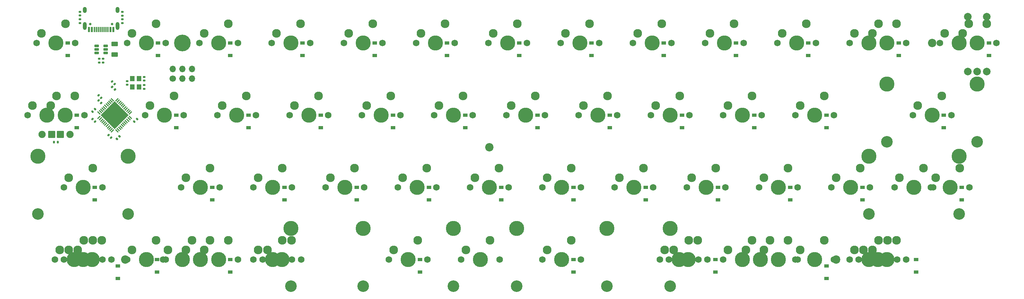
<source format=gbr>
G04 #@! TF.GenerationSoftware,KiCad,Pcbnew,(6.0.5)*
G04 #@! TF.CreationDate,2022-05-29T12:34:13-07:00*
G04 #@! TF.ProjectId,ttocyobItnA,74746f63-796f-4624-9974-6e412e6b6963,rev?*
G04 #@! TF.SameCoordinates,Original*
G04 #@! TF.FileFunction,Soldermask,Bot*
G04 #@! TF.FilePolarity,Negative*
%FSLAX46Y46*%
G04 Gerber Fmt 4.6, Leading zero omitted, Abs format (unit mm)*
G04 Created by KiCad (PCBNEW (6.0.5)) date 2022-05-29 12:34:13*
%MOMM*%
%LPD*%
G01*
G04 APERTURE LIST*
G04 Aperture macros list*
%AMRoundRect*
0 Rectangle with rounded corners*
0 $1 Rounding radius*
0 $2 $3 $4 $5 $6 $7 $8 $9 X,Y pos of 4 corners*
0 Add a 4 corners polygon primitive as box body*
4,1,4,$2,$3,$4,$5,$6,$7,$8,$9,$2,$3,0*
0 Add four circle primitives for the rounded corners*
1,1,$1+$1,$2,$3*
1,1,$1+$1,$4,$5*
1,1,$1+$1,$6,$7*
1,1,$1+$1,$8,$9*
0 Add four rect primitives between the rounded corners*
20,1,$1+$1,$2,$3,$4,$5,0*
20,1,$1+$1,$4,$5,$6,$7,0*
20,1,$1+$1,$6,$7,$8,$9,0*
20,1,$1+$1,$8,$9,$2,$3,0*%
%AMRotRect*
0 Rectangle, with rotation*
0 The origin of the aperture is its center*
0 $1 length*
0 $2 width*
0 $3 Rotation angle, in degrees counterclockwise*
0 Add horizontal line*
21,1,$1,$2,0,0,$3*%
G04 Aperture macros list end*
%ADD10C,0.700000*%
%ADD11C,4.400000*%
%ADD12C,2.200000*%
%ADD13C,1.750000*%
%ADD14C,3.987800*%
%ADD15C,2.300000*%
%ADD16C,3.048000*%
%ADD17RoundRect,0.285750X-0.666750X-0.666750X0.666750X-0.666750X0.666750X0.666750X-0.666750X0.666750X0*%
%ADD18C,1.905000*%
%ADD19C,2.000000*%
%ADD20C,1.700000*%
%ADD21O,1.700000X1.700000*%
%ADD22R,1.200000X0.900000*%
%ADD23RoundRect,0.135000X-0.185000X0.135000X-0.185000X-0.135000X0.185000X-0.135000X0.185000X0.135000X0*%
%ADD24R,1.200000X1.400000*%
%ADD25RoundRect,0.140000X-0.170000X0.140000X-0.170000X-0.140000X0.170000X-0.140000X0.170000X0.140000X0*%
%ADD26RoundRect,0.135000X0.135000X0.185000X-0.135000X0.185000X-0.135000X-0.185000X0.135000X-0.185000X0*%
%ADD27RoundRect,0.135000X-0.035355X0.226274X-0.226274X0.035355X0.035355X-0.226274X0.226274X-0.035355X0*%
%ADD28RoundRect,0.250000X0.625000X-0.375000X0.625000X0.375000X-0.625000X0.375000X-0.625000X-0.375000X0*%
%ADD29RoundRect,0.140000X0.219203X0.021213X0.021213X0.219203X-0.219203X-0.021213X-0.021213X-0.219203X0*%
%ADD30RoundRect,0.135000X0.185000X-0.135000X0.185000X0.135000X-0.185000X0.135000X-0.185000X-0.135000X0*%
%ADD31RoundRect,0.140000X-0.219203X-0.021213X-0.021213X-0.219203X0.219203X0.021213X0.021213X0.219203X0*%
%ADD32RoundRect,0.062500X-0.380070X0.291682X0.291682X-0.380070X0.380070X-0.291682X-0.291682X0.380070X0*%
%ADD33RoundRect,0.062500X-0.380070X-0.291682X-0.291682X-0.380070X0.380070X0.291682X0.291682X0.380070X0*%
%ADD34RotRect,5.200000X5.200000X315.000000*%
%ADD35RoundRect,0.140000X0.021213X-0.219203X0.219203X-0.021213X-0.021213X0.219203X-0.219203X0.021213X0*%
%ADD36RoundRect,0.150000X-0.475000X-0.150000X0.475000X-0.150000X0.475000X0.150000X-0.475000X0.150000X0*%
%ADD37C,0.650000*%
%ADD38R,0.600000X1.450000*%
%ADD39R,0.300000X1.450000*%
%ADD40O,1.000000X1.600000*%
%ADD41O,1.000000X2.100000*%
%ADD42RoundRect,0.140000X-0.021213X0.219203X-0.219203X0.021213X0.021213X-0.219203X0.219203X-0.021213X0*%
%ADD43RoundRect,0.135000X0.226274X0.035355X0.035355X0.226274X-0.226274X-0.035355X-0.035355X-0.226274X0*%
G04 APERTURE END LIST*
D10*
X82170774Y-51166726D03*
X83337500Y-51650000D03*
X81687500Y-50000000D03*
X83337500Y-48350000D03*
X82170774Y-48833274D03*
X84504226Y-51166726D03*
X84987500Y-50000000D03*
D11*
X83337500Y-50000000D03*
D10*
X84504226Y-48833274D03*
D12*
X255737500Y-107150000D03*
D13*
X44920000Y-50000000D03*
D14*
X50000000Y-50000000D03*
D13*
X55080000Y-50000000D03*
D15*
X46190000Y-47460000D03*
X52540000Y-44920000D03*
D14*
X250025000Y-107150000D03*
D13*
X255105000Y-107150000D03*
X244945000Y-107150000D03*
D15*
X246215000Y-104610000D03*
X252565000Y-102070000D03*
D14*
X211925000Y-69050000D03*
D13*
X206845000Y-69050000D03*
X217005000Y-69050000D03*
D15*
X208115000Y-66510000D03*
X214465000Y-63970000D03*
D13*
X174142500Y-50000000D03*
X163982500Y-50000000D03*
D14*
X169062500Y-50000000D03*
D15*
X165252500Y-47460000D03*
X171602500Y-44920000D03*
D13*
X250342500Y-50000000D03*
D14*
X245262500Y-50000000D03*
D13*
X240182500Y-50000000D03*
D15*
X241452500Y-47460000D03*
X247802500Y-44920000D03*
D13*
X73495000Y-69050000D03*
D14*
X78575000Y-69050000D03*
D13*
X83655000Y-69050000D03*
D15*
X74765000Y-66510000D03*
X81115000Y-63970000D03*
D13*
X261613750Y-107150000D03*
D14*
X266693750Y-107150000D03*
D13*
X271773750Y-107150000D03*
D15*
X262883750Y-104610000D03*
X269233750Y-102070000D03*
D14*
X154775000Y-69050000D03*
D13*
X149695000Y-69050000D03*
X159855000Y-69050000D03*
D15*
X150965000Y-66510000D03*
X157315000Y-63970000D03*
D12*
X164300000Y-77500000D03*
D16*
X154775000Y-114135000D03*
D14*
X130962500Y-98895000D03*
X154775000Y-98895000D03*
D16*
X130962500Y-114135000D03*
D13*
X88417500Y-107150000D03*
D14*
X83337500Y-107150000D03*
D13*
X78257500Y-107150000D03*
D15*
X79527500Y-104610000D03*
X85877500Y-102070000D03*
D14*
X171443750Y-98895000D03*
X195256250Y-98895000D03*
D16*
X171443750Y-114135000D03*
X195256250Y-114135000D03*
D13*
X269392500Y-50000000D03*
X259232500Y-50000000D03*
D14*
X264312500Y-50000000D03*
D15*
X260502500Y-47460000D03*
X266852500Y-44920000D03*
D17*
X48888750Y-74130000D03*
D18*
X46348750Y-74130000D03*
D19*
X290387500Y-57500000D03*
X295387500Y-57500000D03*
X292887500Y-57500000D03*
X295387500Y-43000000D03*
X290387500Y-43000000D03*
D14*
X183350000Y-88100000D03*
D13*
X178270000Y-88100000D03*
X188430000Y-88100000D03*
D15*
X179540000Y-85560000D03*
X185890000Y-83020000D03*
D14*
X216687500Y-107150000D03*
D13*
X211607500Y-107150000D03*
X221767500Y-107150000D03*
D15*
X212877500Y-104610000D03*
X219227500Y-102070000D03*
D14*
X173825000Y-69050000D03*
D13*
X168745000Y-69050000D03*
X178905000Y-69050000D03*
D15*
X170015000Y-66510000D03*
X176365000Y-63970000D03*
D13*
X54445000Y-107150000D03*
D14*
X59525000Y-107150000D03*
D13*
X64605000Y-107150000D03*
D15*
X55715000Y-104610000D03*
X62065000Y-102070000D03*
D14*
X107150000Y-88100000D03*
D13*
X112230000Y-88100000D03*
X102070000Y-88100000D03*
D15*
X103340000Y-85560000D03*
X109690000Y-83020000D03*
D14*
X211925000Y-98895000D03*
D16*
X111912500Y-114135000D03*
X211925000Y-114135000D03*
D14*
X111912500Y-98895000D03*
D13*
X263995000Y-50000000D03*
D14*
X269075000Y-50000000D03*
D13*
X274155000Y-50000000D03*
D15*
X265265000Y-47460000D03*
X271615000Y-44920000D03*
D13*
X274155000Y-107150000D03*
D14*
X269075000Y-107150000D03*
D13*
X263995000Y-107150000D03*
D15*
X265265000Y-104610000D03*
X271615000Y-102070000D03*
D13*
X290823750Y-88100000D03*
X280663750Y-88100000D03*
D14*
X285743750Y-88100000D03*
D15*
X281933750Y-85560000D03*
X288283750Y-83020000D03*
D13*
X286061250Y-69050000D03*
D14*
X280981250Y-69050000D03*
D13*
X275901250Y-69050000D03*
D15*
X277171250Y-66510000D03*
X283521250Y-63970000D03*
D13*
X155092500Y-50000000D03*
D14*
X150012500Y-50000000D03*
D13*
X144932500Y-50000000D03*
D15*
X146202500Y-47460000D03*
X152552500Y-44920000D03*
D14*
X221450000Y-88100000D03*
D13*
X216370000Y-88100000D03*
X226530000Y-88100000D03*
D15*
X217640000Y-85560000D03*
X223990000Y-83020000D03*
D13*
X231292500Y-50000000D03*
X221132500Y-50000000D03*
D14*
X226212500Y-50000000D03*
D15*
X222402500Y-47460000D03*
X228752500Y-44920000D03*
D13*
X111595000Y-69050000D03*
D14*
X116675000Y-69050000D03*
D13*
X121755000Y-69050000D03*
D15*
X112865000Y-66510000D03*
X119215000Y-63970000D03*
D17*
X51111250Y-74130000D03*
D18*
X53651250Y-74130000D03*
D13*
X87782500Y-107150000D03*
X97942500Y-107150000D03*
D14*
X92862500Y-107150000D03*
D15*
X89052500Y-104610000D03*
X95402500Y-102070000D03*
D13*
X150330000Y-88100000D03*
X140170000Y-88100000D03*
D14*
X145250000Y-88100000D03*
D15*
X141440000Y-85560000D03*
X147790000Y-83020000D03*
D14*
X259550000Y-88100000D03*
D13*
X254470000Y-88100000D03*
X264630000Y-88100000D03*
D15*
X255740000Y-85560000D03*
X262090000Y-83020000D03*
D14*
X97625000Y-69050000D03*
D13*
X92545000Y-69050000D03*
X102705000Y-69050000D03*
D15*
X93815000Y-66510000D03*
X100165000Y-63970000D03*
D13*
X293205000Y-50000000D03*
X283045000Y-50000000D03*
D14*
X288125000Y-50000000D03*
D15*
X284315000Y-47460000D03*
X290665000Y-44920000D03*
D12*
X68237500Y-107150000D03*
D13*
X269392500Y-107150000D03*
X259232500Y-107150000D03*
D14*
X264312500Y-107150000D03*
D15*
X260502500Y-104610000D03*
X266852500Y-102070000D03*
D14*
X126200000Y-88100000D03*
D13*
X131280000Y-88100000D03*
X121120000Y-88100000D03*
D15*
X122390000Y-85560000D03*
X128740000Y-83020000D03*
D13*
X130645000Y-69050000D03*
D14*
X135725000Y-69050000D03*
D13*
X140805000Y-69050000D03*
D15*
X131915000Y-66510000D03*
X138265000Y-63970000D03*
D14*
X240500000Y-88100000D03*
D13*
X235420000Y-88100000D03*
X245580000Y-88100000D03*
D15*
X236690000Y-85560000D03*
X243040000Y-83020000D03*
D13*
X87782500Y-50000000D03*
D14*
X92862500Y-50000000D03*
D13*
X97942500Y-50000000D03*
D15*
X89052500Y-47460000D03*
X95402500Y-44920000D03*
D14*
X57143750Y-107150000D03*
D13*
X52063750Y-107150000D03*
X62223750Y-107150000D03*
D15*
X53333750Y-104610000D03*
X59683750Y-102070000D03*
D13*
X125882500Y-50000000D03*
X136042500Y-50000000D03*
D14*
X130962500Y-50000000D03*
D15*
X127152500Y-47460000D03*
X133502500Y-44920000D03*
D13*
X236055000Y-69050000D03*
D14*
X230975000Y-69050000D03*
D13*
X225895000Y-69050000D03*
D15*
X227165000Y-66510000D03*
X233515000Y-63970000D03*
D14*
X214306250Y-107150000D03*
D13*
X209226250Y-107150000D03*
X219386250Y-107150000D03*
D15*
X210496250Y-104610000D03*
X216846250Y-102070000D03*
D14*
X57143750Y-88100000D03*
D13*
X52063750Y-88100000D03*
X62223750Y-88100000D03*
D15*
X53333750Y-85560000D03*
X59683750Y-83020000D03*
D13*
X178270000Y-107150000D03*
X188430000Y-107150000D03*
D14*
X183350000Y-107150000D03*
D15*
X179540000Y-104610000D03*
X185890000Y-102070000D03*
D13*
X68732500Y-50000000D03*
X78892500Y-50000000D03*
D14*
X73812500Y-50000000D03*
D15*
X70002500Y-47460000D03*
X76352500Y-44920000D03*
D13*
X230657500Y-107150000D03*
X240817500Y-107150000D03*
D14*
X235737500Y-107150000D03*
D15*
X231927500Y-104610000D03*
X238277500Y-102070000D03*
D12*
X280981250Y-50000000D03*
D13*
X197955000Y-69050000D03*
D14*
X192875000Y-69050000D03*
D13*
X187795000Y-69050000D03*
D15*
X189065000Y-66510000D03*
X195415000Y-63970000D03*
D13*
X78892500Y-107150000D03*
D14*
X73812500Y-107150000D03*
D13*
X68732500Y-107150000D03*
D15*
X70002500Y-104610000D03*
X76352500Y-102070000D03*
D13*
X83020000Y-88100000D03*
D14*
X88100000Y-88100000D03*
D13*
X93180000Y-88100000D03*
D15*
X84290000Y-85560000D03*
X90640000Y-83020000D03*
D13*
X212242500Y-50000000D03*
X202082500Y-50000000D03*
D14*
X207162500Y-50000000D03*
D15*
X203352500Y-47460000D03*
X209702500Y-44920000D03*
D13*
X287807500Y-50000000D03*
X297967500Y-50000000D03*
D14*
X292887500Y-50000000D03*
D15*
X289077500Y-47460000D03*
X295427500Y-44920000D03*
D13*
X52698750Y-69050000D03*
D14*
X47618750Y-69050000D03*
D13*
X42538750Y-69050000D03*
D15*
X43808750Y-66510000D03*
X50158750Y-63970000D03*
D13*
X114611250Y-107150000D03*
D14*
X109531250Y-107150000D03*
D13*
X104451250Y-107150000D03*
D15*
X105721250Y-104610000D03*
X112071250Y-102070000D03*
D14*
X111912500Y-50000000D03*
D13*
X116992500Y-50000000D03*
X106832500Y-50000000D03*
D15*
X108102500Y-47460000D03*
X114452500Y-44920000D03*
D14*
X230975000Y-107150000D03*
D13*
X225895000Y-107150000D03*
X236055000Y-107150000D03*
D15*
X227165000Y-104610000D03*
X233515000Y-102070000D03*
D14*
X142868750Y-107150000D03*
D13*
X147948750Y-107150000D03*
X137788750Y-107150000D03*
D15*
X139058750Y-104610000D03*
X145408750Y-102070000D03*
D14*
X288125000Y-79845000D03*
D16*
X288125000Y-95085000D03*
X264312500Y-95085000D03*
D14*
X264312500Y-79845000D03*
D13*
X59842500Y-107150000D03*
D14*
X54762500Y-107150000D03*
D13*
X49682500Y-107150000D03*
D15*
X50952500Y-104610000D03*
X57302500Y-102070000D03*
D13*
X102070000Y-107150000D03*
X112230000Y-107150000D03*
D14*
X107150000Y-107150000D03*
D15*
X103340000Y-104610000D03*
X109690000Y-102070000D03*
X278758750Y-83020000D03*
X272408750Y-85560000D03*
D13*
X271138750Y-88100000D03*
X281298750Y-88100000D03*
D14*
X276218750Y-88100000D03*
D13*
X156838750Y-107150000D03*
X166998750Y-107150000D03*
D14*
X161918750Y-107150000D03*
D15*
X158108750Y-104610000D03*
X164458750Y-102070000D03*
D13*
X235420000Y-107150000D03*
X245580000Y-107150000D03*
D14*
X240500000Y-107150000D03*
D15*
X236690000Y-104610000D03*
X243040000Y-102070000D03*
D14*
X45237500Y-79845000D03*
D16*
X45237500Y-95085000D03*
D14*
X69050000Y-79845000D03*
D16*
X69050000Y-95085000D03*
D13*
X197320000Y-88100000D03*
X207480000Y-88100000D03*
D14*
X202400000Y-88100000D03*
D15*
X198590000Y-85560000D03*
X204940000Y-83020000D03*
D13*
X93180000Y-107150000D03*
D14*
X88100000Y-107150000D03*
D13*
X83020000Y-107150000D03*
D15*
X84290000Y-104610000D03*
X90640000Y-102070000D03*
D14*
X292887500Y-60795000D03*
D16*
X292887500Y-76035000D03*
X269075000Y-76035000D03*
D14*
X269075000Y-60795000D03*
D13*
X183032500Y-50000000D03*
X193192500Y-50000000D03*
D14*
X188112500Y-50000000D03*
D15*
X184302500Y-47460000D03*
X190652500Y-44920000D03*
D14*
X250025000Y-69050000D03*
D13*
X244945000Y-69050000D03*
X255105000Y-69050000D03*
D15*
X246215000Y-66510000D03*
X252565000Y-63970000D03*
D20*
X80797500Y-59387500D03*
D21*
X80797500Y-56847500D03*
X83337500Y-59387500D03*
X83337500Y-56847500D03*
X85877500Y-59387500D03*
X85877500Y-56847500D03*
D13*
X169380000Y-88100000D03*
D14*
X164300000Y-88100000D03*
D13*
X159220000Y-88100000D03*
D15*
X160490000Y-85560000D03*
X166840000Y-83020000D03*
D13*
X47301250Y-69050000D03*
D14*
X52381250Y-69050000D03*
D13*
X57461250Y-69050000D03*
D15*
X48571250Y-66510000D03*
X54921250Y-63970000D03*
D22*
X295987500Y-53300000D03*
X295987500Y-50000000D03*
D23*
X61406250Y-54140000D03*
X61406250Y-55160000D03*
D22*
X119775000Y-72350000D03*
X119775000Y-69050000D03*
X153112500Y-53300000D03*
X153112500Y-50000000D03*
X76912500Y-53300000D03*
X76912500Y-50000000D03*
X176925000Y-72350000D03*
X176925000Y-69050000D03*
X100725000Y-72350000D03*
X100725000Y-69050000D03*
X210262500Y-53300000D03*
X210262500Y-50000000D03*
X134062500Y-53300000D03*
X134062500Y-50000000D03*
X129300000Y-91400000D03*
X129300000Y-88100000D03*
X224550000Y-91400000D03*
X224550000Y-88100000D03*
D24*
X71855932Y-59397543D03*
X71855932Y-61597543D03*
X70155932Y-61597543D03*
X70155932Y-59397543D03*
D22*
X55481250Y-72350000D03*
X55481250Y-69050000D03*
X91200000Y-91400000D03*
X91200000Y-88100000D03*
X253125000Y-72350000D03*
X253125000Y-69050000D03*
X115012500Y-53300000D03*
X115012500Y-50000000D03*
X145968750Y-110450000D03*
X145968750Y-107150000D03*
X148350000Y-91400000D03*
X148350000Y-88100000D03*
D25*
X73279365Y-58917542D03*
X73279365Y-59877542D03*
D22*
X95962500Y-110450000D03*
X95962500Y-107150000D03*
X205500000Y-91400000D03*
X205500000Y-88100000D03*
X110250000Y-91400000D03*
X110250000Y-88100000D03*
X186450000Y-91400000D03*
X186450000Y-88100000D03*
X284081250Y-72350000D03*
X284081250Y-69050000D03*
D25*
X56336250Y-41775000D03*
X56336250Y-42735000D03*
D22*
X215025000Y-72350000D03*
X215025000Y-69050000D03*
X76594450Y-110450000D03*
X76594450Y-107150000D03*
X248362500Y-53300000D03*
X248362500Y-50000000D03*
X95962500Y-53300000D03*
X95962500Y-50000000D03*
D23*
X62406250Y-54140000D03*
X62406250Y-55160000D03*
D26*
X50510000Y-76100000D03*
X49490000Y-76100000D03*
D27*
X66763292Y-74577807D03*
X66042044Y-75299055D03*
D23*
X67476250Y-41745000D03*
X67476250Y-42765000D03*
D22*
X272175000Y-53300000D03*
X272175000Y-50000000D03*
D28*
X65478125Y-53050000D03*
X65478125Y-50250000D03*
D22*
X138825000Y-72350000D03*
X138825000Y-69050000D03*
D29*
X61880719Y-65806147D03*
X61201897Y-65127325D03*
X61909003Y-64420218D03*
X61230181Y-63741396D03*
D25*
X68732500Y-60017542D03*
X68732500Y-60977542D03*
D22*
X157875000Y-72350000D03*
X157875000Y-69050000D03*
D30*
X67476250Y-44765000D03*
X67476250Y-43745000D03*
D22*
X229312500Y-53300000D03*
X229312500Y-50000000D03*
X167400000Y-91400000D03*
X167400000Y-88100000D03*
D31*
X63825263Y-74238396D03*
X64504085Y-74917218D03*
D32*
X61350389Y-68457798D03*
X61703943Y-68104245D03*
X62057496Y-67750691D03*
X62411049Y-67397138D03*
X62764603Y-67043585D03*
X63118156Y-66690031D03*
X63471710Y-66336478D03*
X63825263Y-65982924D03*
X64178816Y-65629371D03*
X64532370Y-65275818D03*
X64885923Y-64922264D03*
D33*
X66070327Y-64922264D03*
X66423880Y-65275818D03*
X66777434Y-65629371D03*
X67130987Y-65982924D03*
X67484540Y-66336478D03*
X67838094Y-66690031D03*
X68191647Y-67043585D03*
X68545201Y-67397138D03*
X68898754Y-67750691D03*
X69252307Y-68104245D03*
X69605861Y-68457798D03*
D32*
X69605861Y-69642202D03*
X69252307Y-69995755D03*
X68898754Y-70349309D03*
X68545201Y-70702862D03*
X68191647Y-71056415D03*
X67838094Y-71409969D03*
X67484540Y-71763522D03*
X67130987Y-72117076D03*
X66777434Y-72470629D03*
X66423880Y-72824182D03*
X66070327Y-73177736D03*
D33*
X64885923Y-73177736D03*
X64532370Y-72824182D03*
X64178816Y-72470629D03*
X63825263Y-72117076D03*
X63471710Y-71763522D03*
X63118156Y-71409969D03*
X62764603Y-71056415D03*
X62411049Y-70702862D03*
X62057496Y-70349309D03*
X61703943Y-69995755D03*
X61350389Y-69642202D03*
D34*
X65478125Y-69050000D03*
D22*
X253125000Y-112100000D03*
X253125000Y-108800000D03*
X172162500Y-53300000D03*
X172162500Y-50000000D03*
X191212500Y-53300000D03*
X191212500Y-50000000D03*
D30*
X56336250Y-44765000D03*
X56336250Y-43745000D03*
D22*
X60243750Y-91400000D03*
X60243750Y-88100000D03*
X81675000Y-72350000D03*
X81675000Y-69050000D03*
D29*
X60289729Y-70702862D03*
X59610907Y-70024040D03*
D22*
X234075000Y-72350000D03*
X234075000Y-69050000D03*
D35*
X70666521Y-70702862D03*
X71345343Y-70024040D03*
D22*
X66308750Y-112100000D03*
X66308750Y-108800000D03*
X288843750Y-91400000D03*
X288843750Y-88100000D03*
X186450000Y-110450000D03*
X186450000Y-107150000D03*
D36*
X60731250Y-52600000D03*
X60731250Y-51650000D03*
X60731250Y-50700000D03*
X63081250Y-50700000D03*
X63081250Y-51650000D03*
X63081250Y-52600000D03*
D22*
X276770000Y-110450000D03*
X276770000Y-107150000D03*
X223831250Y-110450000D03*
X223831250Y-107150000D03*
X243600000Y-91400000D03*
X243600000Y-88100000D03*
X53100000Y-53300000D03*
X53100000Y-50000000D03*
D37*
X64796250Y-44940000D03*
X59016250Y-44940000D03*
D38*
X58656250Y-46385000D03*
X59456250Y-46385000D03*
D39*
X60656250Y-46385000D03*
X61656250Y-46385000D03*
X62156250Y-46385000D03*
X63156250Y-46385000D03*
D38*
X64356250Y-46385000D03*
X65156250Y-46385000D03*
X65156250Y-46385000D03*
X64356250Y-46385000D03*
D39*
X63656250Y-46385000D03*
X62656250Y-46385000D03*
X61156250Y-46385000D03*
X60156250Y-46385000D03*
D38*
X59456250Y-46385000D03*
X58656250Y-46385000D03*
D40*
X66226250Y-41290000D03*
D41*
X57586250Y-45470000D03*
D40*
X57586250Y-41290000D03*
D41*
X66226250Y-45470000D03*
D42*
X60289729Y-67397138D03*
X59610907Y-68075960D03*
D22*
X195975000Y-72350000D03*
X195975000Y-69050000D03*
D29*
X65492267Y-60836954D03*
X64813445Y-60158132D03*
D22*
X262650000Y-91400000D03*
X262650000Y-88100000D03*
D43*
X65506409Y-62265310D03*
X64785161Y-61544062D03*
D23*
X73279365Y-61087543D03*
X73279365Y-62107543D03*
M02*

</source>
